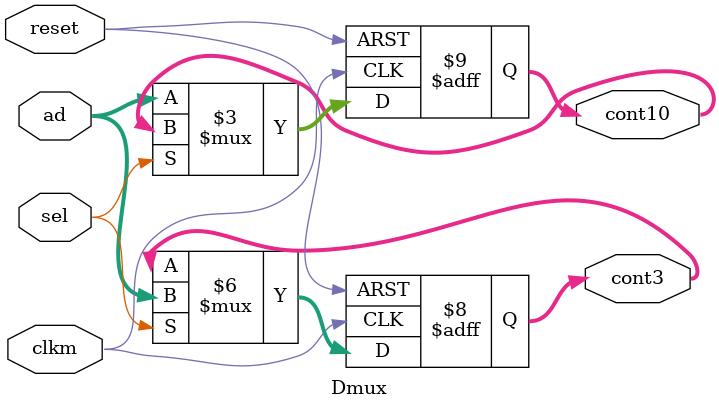
<source format=v>
`timescale 1ns / 1ps
module Dmux(
	input wire clkm,
	input wire reset,
	input wire [1:0] ad,
   input sel,//selecciona la entrada
   output reg [1:0] cont3, 
   output reg [1:0] cont10
   );

	always@(posedge clkm, posedge reset) 
	begin
		if (reset)
		begin
		cont3 = 2'b00;
		cont10 = 2'b00;
		end
		else begin
			if(sel) begin 
				cont3 = ad;
				cont10 = cont10;
		
				end
			else begin 
				cont3 = cont3; 
				cont10 = ad;
			end
		end
		end
endmodule		
</source>
